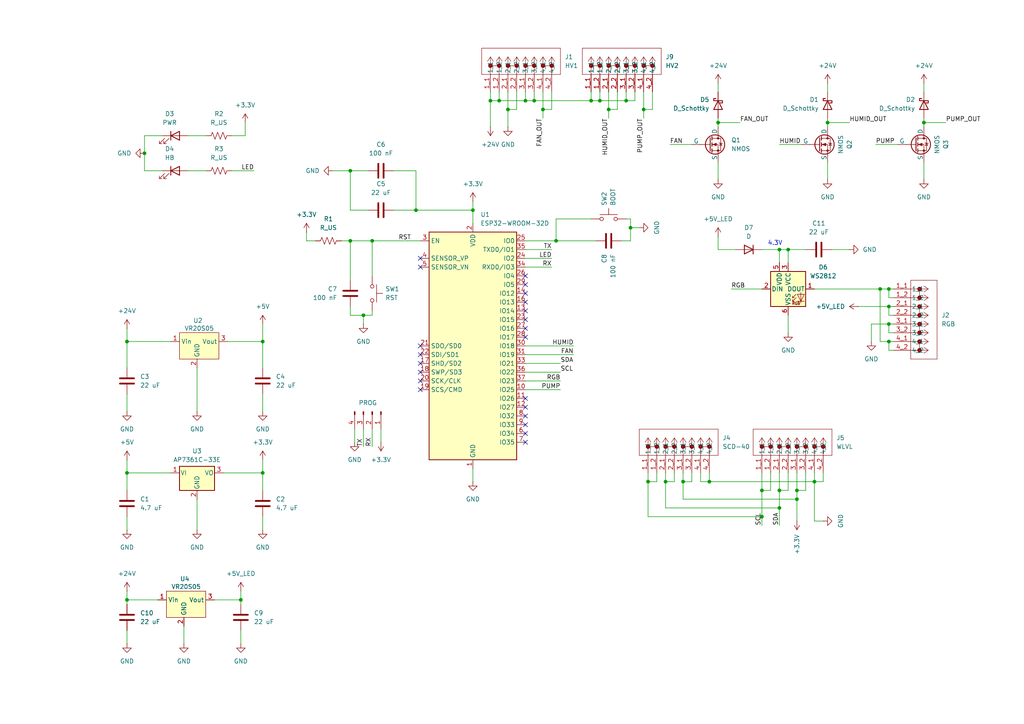
<source format=kicad_sch>
(kicad_sch (version 20231120) (generator "eeschema") (generator_version "8.0")
  (paper "A4")
  (lib_symbols
    (symbol "2024-05-14_20-07-04:2601-1104" (pin_names (offset 0.254))
      (property "Reference" "J" (at 8.89 6.35 0))
      (property "Value" "2601-1104" (at 0 0 0))
      (symbol "2601-1104_0_1"
        (pin unspecified line (at 0 0 0) (length 5.08) (name "1_1") (number "1_1"))
        (pin unspecified line (at 0 -2.54 0) (length 5.08) (name "1_2") (number "1_2"))
        (pin unspecified line (at 0 -5.08 0) (length 5.08) (name "2_1") (number "2_1"))
        (pin unspecified line (at 0 -7.62 0) (length 5.08) (name "2_2") (number "2_2"))
        (pin unspecified line (at 0 -10.16 0) (length 5.08) (name "3_1") (number "3_1"))
        (pin unspecified line (at 0 -12.7 0) (length 5.08) (name "3_2") (number "3_2"))
        (pin unspecified line (at 0 -15.24 0) (length 5.08) (name "4_1") (number "4_1"))
        (pin unspecified line (at 0 -17.78 0) (length 5.08) (name "4_2") (number "4_2"))
      )
    )
    (symbol "Connector:Conn_01x04_Pin" (pin_names (offset 1.016) hide)
      (property "Reference" "J" (at 0 5.08 0))
      (property "Value" "Conn_01x04_Pin" (at 0 -7.62 0))
      (symbol "Conn_01x04_Pin_1_1"
        (pin passive line (at 5.08 2.54 180) (length 3.81) (name "Pin_1") (number "1"))
        (pin passive line (at 5.08 0 180) (length 3.81) (name "Pin_2") (number "2"))
        (pin passive line (at 5.08 -2.54 180) (length 3.81) (name "Pin_3") (number "3"))
        (pin passive line (at 5.08 -5.08 180) (length 3.81) (name "Pin_4") (number "4"))
      )
    )
    (symbol "Device:C" (pin_numbers hide) (pin_names (offset 0.254))
      (property "Reference" "C" (at 0.635 2.54 0))
      (property "Value" "C" (at 0.635 -2.54 0))
      (symbol "C_1_1"
        (pin passive line (at 0 3.81 270) (length 2.794) (name "~") (number "1"))
        (pin passive line (at 0 -3.81 90) (length 2.794) (name "~") (number "2"))
      )
    )
    (symbol "Device:D" (pin_numbers hide) (pin_names (offset 1.016) hide)
      (property "Reference" "D" (at 0 2.54 0))
      (property "Value" "D" (at 0 -2.54 0))
      (symbol "D_1_1"
        (pin passive line (at -3.81 0 0) (length 2.54) (name "K") (number "1"))
        (pin passive line (at 3.81 0 180) (length 2.54) (name "A") (number "2"))
      )
    )
    (symbol "Device:D_Schottky" (pin_numbers hide) (pin_names (offset 1.016) hide)
      (property "Reference" "D" (at 0 2.54 0))
      (property "Value" "D_Schottky" (at 0 -2.54 0))
      (symbol "D_Schottky_1_1"
        (pin passive line (at -3.81 0 0) (length 2.54) (name "K") (number "1"))
        (pin passive line (at 3.81 0 180) (length 2.54) (name "A") (number "2"))
      )
    )
    (symbol "Device:LED" (pin_numbers hide) (pin_names (offset 1.016) hide)
      (property "Reference" "D" (at 0 2.54 0))
      (property "Value" "LED" (at 0 -2.54 0))
      (symbol "LED_1_1"
        (pin passive line (at -3.81 0 0) (length 2.54) (name "K") (number "1"))
        (pin passive line (at 3.81 0 180) (length 2.54) (name "A") (number "2"))
      )
    )
    (symbol "Device:R_US" (pin_numbers hide) (pin_names (offset 0))
      (property "Reference" "R" (at 2.54 0 90))
      (property "Value" "R_US" (at -2.54 0 90))
      (symbol "R_US_1_1"
        (pin passive line (at 0 3.81 270) (length 1.27) (name "~") (number "1"))
        (pin passive line (at 0 -3.81 90) (length 1.27) (name "~") (number "2"))
      )
    )
    (symbol "LED:WS2812" (pin_names (offset 0.254))
      (property "Reference" "D" (at 5.08 5.715 0))
      (property "Value" "WS2812" (at 1.27 -5.715 0))
      (symbol "WS2812_0_0"
        (text "RGB" (at 2.286 -4.191 0) (effects (font (size 0.762 0.762))))
      )
      (symbol "WS2812_1_1"
        (pin output line (at 7.62 0 180) (length 2.54) (name "DOUT") (number "1"))
        (pin input line (at -7.62 0 0) (length 2.54) (name "DIN") (number "2"))
        (pin power_in line (at 0 7.62 270) (length 2.54) (name "VCC") (number "3"))
        (pin no_connect line (at 5.08 2.54 180) (length 2.54) hide (name "NC") (number "4"))
        (pin power_in line (at -2.54 7.62 270) (length 2.54) (name "VDD") (number "5"))
        (pin power_in line (at 0 -7.62 90) (length 2.54) (name "VSS") (number "6"))
      )
    )
    (symbol "RF_Module:ESP32-WROOM-32D"
      (property "Reference" "U" (at -12.7 34.29 0))
      (property "Value" "ESP32-WROOM-32D" (at 1.27 34.29 0))
      (symbol "ESP32-WROOM-32D_1_1"
        (pin power_in line (at 0 -35.56 90) (length 2.54) (name "GND") (number "1"))
        (pin bidirectional line (at 15.24 -12.7 180) (length 2.54) (name "IO25") (number "10"))
        (pin bidirectional line (at 15.24 -15.24 180) (length 2.54) (name "IO26") (number "11"))
        (pin bidirectional line (at 15.24 -17.78 180) (length 2.54) (name "IO27") (number "12"))
        (pin bidirectional line (at 15.24 10.16 180) (length 2.54) (name "IO14") (number "13"))
        (pin bidirectional line (at 15.24 15.24 180) (length 2.54) (name "IO12") (number "14"))
        (pin passive line (at 0 -35.56 90) (length 2.54) hide (name "GND") (number "15"))
        (pin bidirectional line (at 15.24 12.7 180) (length 2.54) (name "IO13") (number "16"))
        (pin bidirectional line (at -15.24 -5.08 0) (length 2.54) (name "SHD/SD2") (number "17"))
        (pin bidirectional line (at -15.24 -7.62 0) (length 2.54) (name "SWP/SD3") (number "18"))
        (pin bidirectional line (at -15.24 -12.7 0) (length 2.54) (name "SCS/CMD") (number "19"))
        (pin power_in line (at 0 35.56 270) (length 2.54) (name "VDD") (number "2"))
        (pin bidirectional line (at -15.24 -10.16 0) (length 2.54) (name "SCK/CLK") (number "20"))
        (pin bidirectional line (at -15.24 0 0) (length 2.54) (name "SDO/SD0") (number "21"))
        (pin bidirectional line (at -15.24 -2.54 0) (length 2.54) (name "SDI/SD1") (number "22"))
        (pin bidirectional line (at 15.24 7.62 180) (length 2.54) (name "IO15") (number "23"))
        (pin bidirectional line (at 15.24 25.4 180) (length 2.54) (name "IO2") (number "24"))
        (pin bidirectional line (at 15.24 30.48 180) (length 2.54) (name "IO0") (number "25"))
        (pin bidirectional line (at 15.24 20.32 180) (length 2.54) (name "IO4") (number "26"))
        (pin bidirectional line (at 15.24 5.08 180) (length 2.54) (name "IO16") (number "27"))
        (pin bidirectional line (at 15.24 2.54 180) (length 2.54) (name "IO17") (number "28"))
        (pin bidirectional line (at 15.24 17.78 180) (length 2.54) (name "IO5") (number "29"))
        (pin input line (at -15.24 30.48 0) (length 2.54) (name "EN") (number "3"))
        (pin bidirectional line (at 15.24 0 180) (length 2.54) (name "IO18") (number "30"))
        (pin bidirectional line (at 15.24 -2.54 180) (length 2.54) (name "IO19") (number "31"))
        (pin no_connect line (at -12.7 -27.94 0) (length 2.54) hide (name "NC") (number "32"))
        (pin bidirectional line (at 15.24 -5.08 180) (length 2.54) (name "IO21") (number "33"))
        (pin bidirectional line (at 15.24 22.86 180) (length 2.54) (name "RXD0/IO3") (number "34"))
        (pin bidirectional line (at 15.24 27.94 180) (length 2.54) (name "TXD0/IO1") (number "35"))
        (pin bidirectional line (at 15.24 -7.62 180) (length 2.54) (name "IO22") (number "36"))
        (pin bidirectional line (at 15.24 -10.16 180) (length 2.54) (name "IO23") (number "37"))
        (pin passive line (at 0 -35.56 90) (length 2.54) hide (name "GND") (number "38"))
        (pin passive line (at 0 -35.56 90) (length 2.54) hide (name "GND") (number "39"))
        (pin input line (at -15.24 25.4 0) (length 2.54) (name "SENSOR_VP") (number "4"))
        (pin input line (at -15.24 22.86 0) (length 2.54) (name "SENSOR_VN") (number "5"))
        (pin input line (at 15.24 -25.4 180) (length 2.54) (name "IO34") (number "6"))
        (pin input line (at 15.24 -27.94 180) (length 2.54) (name "IO35") (number "7"))
        (pin bidirectional line (at 15.24 -20.32 180) (length 2.54) (name "IO32") (number "8"))
        (pin bidirectional line (at 15.24 -22.86 180) (length 2.54) (name "IO33") (number "9"))
      )
    )
    (symbol "Regulator_Linear:AP7361C-33E" (pin_names (offset 0.254))
      (property "Reference" "U" (at -3.81 3.175 0))
      (property "Value" "AP7361C-33E" (at 0 3.175 0))
      (symbol "AP7361C-33E_1_1"
        (pin power_in line (at -7.62 0 0) (length 2.54) (name "VI") (number "1"))
        (pin power_in line (at 0 -7.62 90) (length 2.54) (name "GND") (number "2"))
        (pin power_out line (at 7.62 0 180) (length 2.54) (name "VO") (number "3"))
      )
    )
    (symbol "Simulation_SPICE:NMOS" (pin_numbers hide) (pin_names (offset 0))
      (property "Reference" "Q" (at 5.08 1.27 0))
      (property "Value" "NMOS" (at 5.08 -1.27 0))
      (symbol "NMOS_1_1"
        (pin passive line (at 2.54 5.08 270) (length 2.54) (name "D") (number "1"))
        (pin input line (at -5.08 0 0) (length 2.54) (name "G") (number "2"))
        (pin passive line (at 2.54 -5.08 90) (length 2.54) (name "S") (number "3"))
      )
    )
    (symbol "Switch:SW_Push" (pin_numbers hide) (pin_names (offset 1.016) hide)
      (property "Reference" "SW" (at 1.27 2.54 0))
      (property "Value" "SW_Push" (at 0 -1.524 0))
      (symbol "SW_Push_0_1"
        (pin passive line (at -5.08 0 0) (length 2.54) (name "1") (number "1"))
        (pin passive line (at 5.08 0 180) (length 2.54) (name "2") (number "2"))
      )
    )
    (symbol "power:+24V" (power) (pin_numbers hide) (pin_names (offset 0) hide)
      (property "Value" "+24V" (at 0 3.556 0))
      (symbol "+24V_1_1"
        (pin power_in line (at 0 0 90) (length 0) (name "~") (number "1"))
      )
    )
    (symbol "power:+3.3V" (power) (pin_numbers hide) (pin_names (offset 0) hide)
      (property "Value" "+3.3V" (at 0 3.556 0))
      (symbol "+3.3V_1_1"
        (pin power_in line (at 0 0 90) (length 0) (name "~") (number "1"))
      )
    )
    (symbol "power:+5V" (power) (pin_numbers hide) (pin_names (offset 0) hide)
      (property "Value" "+5V" (at 0 3.556 0))
      (symbol "+5V_1_1"
        (pin power_in line (at 0 0 90) (length 0) (name "~") (number "1"))
      )
    )
    (symbol "power:+5VL" (power) (pin_numbers hide) (pin_names (offset 0) hide)
      (property "Value" "+5VL" (at 0 3.556 0))
      (symbol "+5VL_1_1"
        (pin power_in line (at 0 0 90) (length 0) (name "~") (number "1"))
      )
    )
    (symbol "power:GND" (power) (pin_numbers hide) (pin_names (offset 0) hide)
      (property "Value" "GND" (at 0 -3.81 0))
      (symbol "GND_1_1"
        (pin power_in line (at 0 0 270) (length 0) (name "~") (number "1"))
      )
    )
    (symbol "regulators:VR20S05"
      (property "Reference" "U" (at 0.508 6.096 0))
      (symbol "VR20S05_1_1"
        (pin power_in line (at -2.54 2.54 0) (length 2.54) (name "Vin") (number "1"))
        (pin input line (at 5.08 -5.08 90) (length 2.54) (name "GND") (number "2"))
        (pin power_out line (at 13.97 2.54 180) (length 2.54) (name "Vout") (number "3"))
      )
    )
  )
  (junction (at 36.83 137.16))
  (junction (at 236.22 139.7))
  (junction (at 137.16 60.96))
  (junction (at 36.83 173.99))
  (junction (at 226.06 72.39))
  (junction (at 198.12 139.7))
  (junction (at 226.06 142.24))
  (junction (at 208.28 35.56))
  (junction (at 154.94 29.21))
  (junction (at 257.81 93.98))
  (junction (at 220.98 142.24))
  (junction (at 186.69 31.75))
  (junction (at 36.83 99.06))
  (junction (at 231.14 144.78))
  (junction (at 41.91 44.45))
  (junction (at 76.2 137.16))
  (junction (at 181.61 29.21))
  (junction (at 101.6 69.85))
  (junction (at 120.65 60.96))
  (junction (at 173.99 29.21))
  (junction (at 193.04 139.7))
  (junction (at 182.88 66.04))
  (junction (at 267.97 35.56))
  (junction (at 257.81 99.06))
  (junction (at 257.81 88.9))
  (junction (at 231.14 142.24))
  (junction (at 228.6 72.39))
  (junction (at 255.27 83.82))
  (junction (at 101.6 49.53))
  (junction (at 147.32 31.75))
  (junction (at 240.03 35.56))
  (junction (at 161.29 69.85))
  (junction (at 144.78 29.21))
  (junction (at 152.4 29.21))
  (junction (at 105.41 91.44))
  (junction (at 257.81 83.82))
  (junction (at 142.24 29.21))
  (junction (at 187.96 139.7))
  (junction (at 157.48 31.75))
  (junction (at 76.2 99.06))
  (junction (at 176.53 31.75))
  (junction (at 107.95 69.85))
  (junction (at 226.06 147.32))
  (junction (at 69.85 173.99))
  (junction (at 171.45 29.21))
  (junction (at 220.98 149.86))
  (junction (at 205.74 139.7))
  (no_connect (at 152.4 128.27))
  (no_connect (at 152.4 118.11))
  (no_connect (at 152.4 115.57))
  (no_connect (at 152.4 90.17))
  (no_connect (at 121.92 105.41))
  (no_connect (at 152.4 85.09))
  (no_connect (at 152.4 87.63))
  (no_connect (at 121.92 74.93))
  (no_connect (at 152.4 125.73))
  (no_connect (at 152.4 120.65))
  (no_connect (at 152.4 82.55))
  (no_connect (at 152.4 80.01))
  (no_connect (at 152.4 97.79))
  (no_connect (at 121.92 107.95))
  (no_connect (at 121.92 113.03))
  (no_connect (at 121.92 77.47))
  (no_connect (at 152.4 123.19))
  (no_connect (at 121.92 110.49))
  (no_connect (at 152.4 95.25))
  (no_connect (at 121.92 100.33))
  (no_connect (at 152.4 92.71))
  (no_connect (at 121.92 102.87))
  (wire (pts (xy 259.08 96.52) (xy 257.81 96.52)))
  (wire (pts (xy 198.12 139.7) (xy 198.12 144.78)))
  (wire (pts (xy 254 41.91) (xy 260.35 41.91)))
  (wire (pts (xy 173.99 29.21) (xy 173.99 26.67)))
  (wire (pts (xy 240.03 46.99) (xy 240.03 52.07)))
  (wire (pts (xy 76.2 149.86) (xy 76.2 153.67)))
  (wire (pts (xy 193.04 139.7) (xy 195.58 139.7)))
  (wire (pts (xy 36.83 142.24) (xy 36.83 137.16)))
  (wire (pts (xy 252.73 93.98) (xy 252.73 99.06)))
  (wire (pts (xy 57.15 144.78) (xy 57.15 153.67)))
  (wire (pts (xy 241.3 72.39) (xy 246.38 72.39)))
  (wire (pts (xy 101.6 60.96) (xy 101.6 49.53)))
  (wire (pts (xy 137.16 60.96) (xy 137.16 64.77)))
  (wire (pts (xy 240.03 34.29) (xy 240.03 35.56)))
  (wire (pts (xy 101.6 49.53) (xy 106.68 49.53)))
  (wire (pts (xy 157.48 26.67) (xy 157.48 31.75)))
  (wire (pts (xy 105.41 129.54) (xy 105.41 124.46)))
  (wire (pts (xy 149.86 31.75) (xy 147.32 31.75)))
  (wire (pts (xy 76.2 133.35) (xy 76.2 137.16)))
  (wire (pts (xy 228.6 142.24) (xy 226.06 142.24)))
  (wire (pts (xy 267.97 46.99) (xy 267.97 52.07)))
  (wire (pts (xy 66.04 99.06) (xy 76.2 99.06)))
  (wire (pts (xy 203.2 139.7) (xy 203.2 137.16)))
  (wire (pts (xy 220.98 142.24) (xy 220.98 149.86)))
  (wire (pts (xy 120.65 60.96) (xy 137.16 60.96)))
  (wire (pts (xy 233.68 142.24) (xy 231.14 142.24)))
  (wire (pts (xy 184.15 26.67) (xy 184.15 29.21)))
  (wire (pts (xy 147.32 26.67) (xy 147.32 31.75)))
  (wire (pts (xy 182.88 69.85) (xy 182.88 66.04)))
  (wire (pts (xy 257.81 99.06) (xy 259.08 99.06)))
  (wire (pts (xy 176.53 26.67) (xy 176.53 31.75)))
  (wire (pts (xy 226.06 147.32) (xy 226.06 152.4)))
  (wire (pts (xy 152.4 26.67) (xy 152.4 29.21)))
  (wire (pts (xy 36.83 114.3) (xy 36.83 119.38)))
  (wire (pts (xy 259.08 101.6) (xy 257.81 101.6)))
  (wire (pts (xy 257.81 96.52) (xy 257.81 93.98)))
  (wire (pts (xy 99.06 69.85) (xy 101.6 69.85)))
  (wire (pts (xy 231.14 142.24) (xy 231.14 144.78)))
  (wire (pts (xy 101.6 69.85) (xy 107.95 69.85)))
  (wire (pts (xy 187.96 137.16) (xy 187.96 139.7)))
  (wire (pts (xy 208.28 46.99) (xy 208.28 52.07)))
  (wire (pts (xy 54.61 49.53) (xy 59.69 49.53)))
  (wire (pts (xy 257.81 88.9) (xy 259.08 88.9)))
  (wire (pts (xy 71.12 35.56) (xy 71.12 39.37)))
  (wire (pts (xy 193.04 139.7) (xy 193.04 147.32)))
  (wire (pts (xy 223.52 137.16) (xy 223.52 142.24)))
  (wire (pts (xy 41.91 44.45) (xy 41.91 49.53)))
  (wire (pts (xy 213.36 72.39) (xy 208.28 72.39)))
  (wire (pts (xy 182.88 63.5) (xy 181.61 63.5)))
  (wire (pts (xy 257.81 99.06) (xy 255.27 99.06)))
  (wire (pts (xy 36.83 149.86) (xy 36.83 153.67)))
  (wire (pts (xy 67.31 39.37) (xy 71.12 39.37)))
  (wire (pts (xy 205.74 139.7) (xy 236.22 139.7)))
  (wire (pts (xy 137.16 58.42) (xy 137.16 60.96)))
  (wire (pts (xy 226.06 72.39) (xy 226.06 76.2)))
  (wire (pts (xy 41.91 39.37) (xy 46.99 39.37)))
  (wire (pts (xy 69.85 173.99) (xy 69.85 175.26)))
  (wire (pts (xy 62.23 173.99) (xy 69.85 173.99)))
  (wire (pts (xy 179.07 31.75) (xy 176.53 31.75)))
  (wire (pts (xy 259.08 86.36) (xy 257.81 86.36)))
  (wire (pts (xy 228.6 91.44) (xy 228.6 96.52)))
  (wire (pts (xy 105.41 91.44) (xy 107.95 91.44)))
  (wire (pts (xy 107.95 91.44) (xy 107.95 90.17)))
  (wire (pts (xy 236.22 139.7) (xy 238.76 139.7)))
  (wire (pts (xy 144.78 29.21) (xy 152.4 29.21)))
  (wire (pts (xy 144.78 29.21) (xy 142.24 29.21)))
  (wire (pts (xy 41.91 49.53) (xy 46.99 49.53)))
  (wire (pts (xy 36.83 95.25) (xy 36.83 99.06)))
  (wire (pts (xy 194.31 41.91) (xy 200.66 41.91)))
  (wire (pts (xy 91.44 69.85) (xy 88.9 69.85)))
  (wire (pts (xy 152.4 107.95) (xy 162.56 107.95)))
  (wire (pts (xy 152.4 77.47) (xy 160.02 77.47)))
  (wire (pts (xy 152.4 113.03) (xy 162.56 113.03)))
  (wire (pts (xy 107.95 69.85) (xy 107.95 80.01)))
  (wire (pts (xy 257.81 83.82) (xy 259.08 83.82)))
  (wire (pts (xy 64.77 137.16) (xy 76.2 137.16)))
  (wire (pts (xy 102.87 128.27) (xy 102.87 124.46)))
  (wire (pts (xy 195.58 137.16) (xy 195.58 139.7)))
  (wire (pts (xy 200.66 137.16) (xy 200.66 139.7)))
  (wire (pts (xy 231.14 144.78) (xy 231.14 151.13)))
  (wire (pts (xy 231.14 137.16) (xy 231.14 142.24)))
  (wire (pts (xy 114.3 49.53) (xy 120.65 49.53)))
  (wire (pts (xy 259.08 93.98) (xy 257.81 93.98)))
  (wire (pts (xy 236.22 151.13) (xy 236.22 139.7)))
  (wire (pts (xy 240.03 35.56) (xy 240.03 36.83)))
  (wire (pts (xy 212.09 83.82) (xy 220.98 83.82)))
  (wire (pts (xy 67.31 49.53) (xy 73.66 49.53)))
  (wire (pts (xy 205.74 137.16) (xy 205.74 139.7)))
  (wire (pts (xy 228.6 72.39) (xy 233.68 72.39)))
  (wire (pts (xy 171.45 29.21) (xy 171.45 26.67)))
  (wire (pts (xy 220.98 149.86) (xy 220.98 152.4)))
  (wire (pts (xy 36.83 137.16) (xy 49.53 137.16)))
  (wire (pts (xy 220.98 72.39) (xy 226.06 72.39)))
  (wire (pts (xy 101.6 69.85) (xy 101.6 81.28)))
  (wire (pts (xy 203.2 139.7) (xy 205.74 139.7)))
  (wire (pts (xy 152.4 74.93) (xy 160.02 74.93)))
  (wire (pts (xy 186.69 31.75) (xy 186.69 34.29)))
  (wire (pts (xy 198.12 137.16) (xy 198.12 139.7)))
  (wire (pts (xy 226.06 137.16) (xy 226.06 142.24)))
  (wire (pts (xy 176.53 31.75) (xy 176.53 34.29)))
  (wire (pts (xy 240.03 35.56) (xy 246.38 35.56)))
  (wire (pts (xy 200.66 139.7) (xy 198.12 139.7)))
  (wire (pts (xy 53.34 181.61) (xy 53.34 186.69)))
  (wire (pts (xy 208.28 35.56) (xy 214.63 35.56)))
  (wire (pts (xy 189.23 26.67) (xy 189.23 31.75)))
  (wire (pts (xy 154.94 26.67) (xy 154.94 29.21)))
  (wire (pts (xy 160.02 31.75) (xy 157.48 31.75)))
  (wire (pts (xy 105.41 91.44) (xy 105.41 93.98)))
  (wire (pts (xy 161.29 69.85) (xy 172.72 69.85)))
  (wire (pts (xy 257.81 83.82) (xy 257.81 86.36)))
  (wire (pts (xy 149.86 26.67) (xy 149.86 31.75)))
  (wire (pts (xy 208.28 34.29) (xy 208.28 35.56)))
  (wire (pts (xy 259.08 91.44) (xy 257.81 91.44)))
  (wire (pts (xy 106.68 60.96) (xy 101.6 60.96)))
  (wire (pts (xy 179.07 26.67) (xy 179.07 31.75)))
  (wire (pts (xy 36.83 173.99) (xy 45.72 173.99)))
  (wire (pts (xy 208.28 24.13) (xy 208.28 26.67)))
  (wire (pts (xy 36.83 133.35) (xy 36.83 137.16)))
  (wire (pts (xy 223.52 142.24) (xy 220.98 142.24)))
  (wire (pts (xy 171.45 29.21) (xy 173.99 29.21)))
  (wire (pts (xy 181.61 26.67) (xy 181.61 29.21)))
  (wire (pts (xy 226.06 41.91) (xy 232.41 41.91)))
  (wire (pts (xy 267.97 24.13) (xy 267.97 26.67)))
  (wire (pts (xy 76.2 93.98) (xy 76.2 99.06)))
  (wire (pts (xy 267.97 35.56) (xy 267.97 36.83)))
  (wire (pts (xy 152.4 29.21) (xy 154.94 29.21)))
  (wire (pts (xy 157.48 31.75) (xy 157.48 34.29)))
  (wire (pts (xy 152.4 105.41) (xy 162.56 105.41)))
  (wire (pts (xy 182.88 66.04) (xy 182.88 63.5)))
  (wire (pts (xy 161.29 63.5) (xy 171.45 63.5)))
  (wire (pts (xy 267.97 35.56) (xy 274.32 35.56)))
  (wire (pts (xy 198.12 144.78) (xy 231.14 144.78)))
  (wire (pts (xy 236.22 83.82) (xy 255.27 83.82)))
  (wire (pts (xy 238.76 139.7) (xy 238.76 137.16)))
  (wire (pts (xy 101.6 91.44) (xy 105.41 91.44)))
  (wire (pts (xy 36.83 171.45) (xy 36.83 173.99)))
  (wire (pts (xy 228.6 72.39) (xy 226.06 72.39)))
  (wire (pts (xy 220.98 137.16) (xy 220.98 142.24)))
  (wire (pts (xy 208.28 68.58) (xy 208.28 72.39)))
  (wire (pts (xy 152.4 110.49) (xy 162.56 110.49)))
  (wire (pts (xy 36.83 106.68) (xy 36.83 99.06)))
  (wire (pts (xy 54.61 39.37) (xy 59.69 39.37)))
  (wire (pts (xy 152.4 72.39) (xy 160.02 72.39)))
  (wire (pts (xy 193.04 147.32) (xy 226.06 147.32)))
  (wire (pts (xy 208.28 35.56) (xy 208.28 36.83)))
  (wire (pts (xy 267.97 34.29) (xy 267.97 35.56)))
  (wire (pts (xy 173.99 29.21) (xy 181.61 29.21)))
  (wire (pts (xy 233.68 137.16) (xy 233.68 142.24)))
  (wire (pts (xy 101.6 88.9) (xy 101.6 91.44)))
  (wire (pts (xy 186.69 26.67) (xy 186.69 31.75)))
  (wire (pts (xy 248.92 88.9) (xy 257.81 88.9)))
  (wire (pts (xy 107.95 69.85) (xy 121.92 69.85)))
  (wire (pts (xy 226.06 142.24) (xy 226.06 147.32)))
  (wire (pts (xy 182.88 66.04) (xy 185.42 66.04)))
  (wire (pts (xy 228.6 137.16) (xy 228.6 142.24)))
  (wire (pts (xy 257.81 93.98) (xy 252.73 93.98)))
  (wire (pts (xy 107.95 129.54) (xy 107.95 124.46)))
  (wire (pts (xy 152.4 69.85) (xy 161.29 69.85)))
  (wire (pts (xy 144.78 26.67) (xy 144.78 29.21)))
  (wire (pts (xy 76.2 137.16) (xy 76.2 142.24)))
  (wire (pts (xy 76.2 99.06) (xy 76.2 106.68)))
  (wire (pts (xy 114.3 60.96) (xy 120.65 60.96)))
  (wire (pts (xy 110.49 128.27) (xy 110.49 124.46)))
  (wire (pts (xy 147.32 31.75) (xy 147.32 36.83)))
  (wire (pts (xy 228.6 76.2) (xy 228.6 72.39)))
  (wire (pts (xy 255.27 83.82) (xy 255.27 99.06)))
  (wire (pts (xy 69.85 171.45) (xy 69.85 173.99)))
  (wire (pts (xy 152.4 102.87) (xy 166.37 102.87)))
  (wire (pts (xy 190.5 139.7) (xy 187.96 139.7)))
  (wire (pts (xy 69.85 182.88) (xy 69.85 186.69)))
  (wire (pts (xy 255.27 83.82) (xy 257.81 83.82)))
  (wire (pts (xy 57.15 106.68) (xy 57.15 119.38)))
  (wire (pts (xy 96.52 49.53) (xy 101.6 49.53)))
  (wire (pts (xy 120.65 49.53) (xy 120.65 60.96)))
  (wire (pts (xy 180.34 69.85) (xy 182.88 69.85)))
  (wire (pts (xy 160.02 26.67) (xy 160.02 31.75)))
  (wire (pts (xy 187.96 139.7) (xy 187.96 149.86)))
  (wire (pts (xy 41.91 44.45) (xy 41.91 39.37)))
  (wire (pts (xy 142.24 29.21) (xy 142.24 36.83)))
  (wire (pts (xy 36.83 173.99) (xy 36.83 175.26)))
  (wire (pts (xy 184.15 29.21) (xy 181.61 29.21)))
  (wire (pts (xy 161.29 63.5) (xy 161.29 69.85)))
  (wire (pts (xy 190.5 137.16) (xy 190.5 139.7)))
  (wire (pts (xy 137.16 135.89) (xy 137.16 139.7)))
  (wire (pts (xy 154.94 29.21) (xy 171.45 29.21)))
  (wire (pts (xy 257.81 91.44) (xy 257.81 88.9)))
  (wire (pts (xy 193.04 137.16) (xy 193.04 139.7)))
  (wire (pts (xy 236.22 139.7) (xy 236.22 137.16)))
  (wire (pts (xy 36.83 182.88) (xy 36.83 186.69)))
  (wire (pts (xy 152.4 100.33) (xy 166.37 100.33)))
  (wire (pts (xy 240.03 24.13) (xy 240.03 26.67)))
  (wire (pts (xy 189.23 31.75) (xy 186.69 31.75)))
  (wire (pts (xy 187.96 149.86) (xy 220.98 149.86)))
  (wire (pts (xy 257.81 101.6) (xy 257.81 99.06)))
  (wire (pts (xy 238.76 151.13) (xy 236.22 151.13)))
  (wire (pts (xy 76.2 114.3) (xy 76.2 119.38)))
  (wire (pts (xy 142.24 26.67) (xy 142.24 29.21)))
  (wire (pts (xy 88.9 67.31) (xy 88.9 69.85)))
  (wire (pts (xy 36.83 99.06) (xy 49.53 99.06)))
  (text "4.3V " (at 225.298 70.612 0) (effects (font (size 1.27 1.27))))
  (label "LED" (at 73.66 49.53 180))
  (label "PUMP_OUT" (at 274.32 35.56 0))
  (label "FAN_OUT" (at 157.48 34.29 270))
  (label "FAN" (at 194.31 41.91 0))
  (label "TX" (at 160.02 72.39 180))
  (label "LED" (at 160.02 74.93 180))
  (label "RGB" (at 162.56 110.49 180))
  (label "TX" (at 105.41 129.54 90))
  (label "PUMP" (at 162.56 113.03 180))
  (label "RX" (at 107.95 129.54 90))
  (label "SCL" (at 162.56 107.95 0))
  (label "HUMID_OUT" (at 246.38 35.56 0))
  (label "RST" (at 115.57 69.85 0))
  (label "SDA" (at 162.56 105.41 0))
  (label "HUMID" (at 226.06 41.91 0))
  (label "RX" (at 160.02 77.47 180))
  (label "SDA" (at 226.06 152.4 90))
  (label "HUMID" (at 166.37 100.33 180))
  (label "PUMP" (at 254 41.91 0))
  (label "RGB" (at 212.09 83.82 0))
  (label "PUMP_OUT" (at 186.69 34.29 270))
  (label "SCL" (at 220.98 152.4 90))
  (label "HUMID_OUT" (at 176.53 34.29 270))
  (label "FAN" (at 166.37 102.87 180))
  (label "FAN_OUT" (at 214.63 35.56 0))
  (symbol (lib_id "regulators:VR20S05") (at 48.26 176.53 0) (unit 1)
    (property "Reference" "U4" (at 53.594 167.894 0))
    (property "Value" "VR20S05" (at 53.975 170.18 0))
    (property "Footprint" "Connector_PinSocket_2.54mm:PinSocket_1x03_P2.54mm_Vertical" (effects (hide yes)))
  )
  (symbol (lib_id "power:+3.3V") (at 76.2 133.35 0) (unit 1)
    (property "Reference" "#PWR06" (effects (hide yes)))
    (property "Value" "+3.3V" (at 76.2 128.27 0))
    (property "Description" "Power symbol creates a global label with name \"+3.3V\"" (effects (hide yes)))
  )
  (symbol (lib_id "power:GND") (at 185.42 66.04 90) (unit 1)
    (property "Reference" "#PWR018" (effects (hide yes)))
    (property "Value" "GND" (at 190.5 66.04 0))
    (property "Description" "Power symbol creates a global label with name \"GND\" , ground" (effects (hide yes)))
  )
  (symbol (lib_id "power:GND") (at 36.83 119.38 0) (unit 1)
    (property "Reference" "#PWR08" (effects (hide yes)))
    (property "Value" "GND" (at 36.83 124.46 0))
    (property "Description" "Power symbol creates a global label with name \"GND\" , ground" (effects (hide yes)))
  )
  (symbol (lib_id "power:+24V") (at 240.03 24.13 0) (unit 1)
    (property "Reference" "#PWR026" (effects (hide yes)))
    (property "Value" "+24V" (at 240.03 19.05 0))
    (property "Description" "Power symbol creates a global label with name \"+24V\"" (effects (hide yes)))
  )
  (symbol (lib_id "RF_Module:ESP32-WROOM-32D") (at 137.16 100.33 0) (unit 1)
    (property "Reference" "U1" (at 139.3541 62.23 0) (effects (justify left)))
    (property "Value" "ESP32-WROOM-32D" (at 139.3541 64.77 0) (effects (justify left)))
    (property "Footprint" "RF_Module:ESP32-WROOM-32D" (effects (hide yes)))
    (property "Datasheet" "https://www.espressif.com/sites/default/files/documentation/esp32-wroom-32d_esp32-wroom-32u_datasheet_en.pdf" (effects (hide yes)))
    (property "Description" "RF Module, ESP32-D0WD SoC, Wi-Fi 802.11b/g/n, Bluetooth, BLE, 32-bit, 2.7-3.6V, onboard antenna, SMD" (effects (hide yes)))
  )
  (symbol (lib_id "power:+3.3V") (at 110.49 128.27 180) (unit 1)
    (property "Reference" "#PWR019" (effects (hide yes)))
    (property "Value" "+3.3V" (at 110.49 133.35 0))
    (property "Description" "Power symbol creates a global label with name \"+3.3V\"" (effects (hide yes)))
  )
  (symbol (lib_id "power:GND") (at 137.16 139.7 0) (unit 1)
    (property "Reference" "#PWR014" (effects (hide yes)))
    (property "Value" "GND" (at 137.16 144.78 0))
    (property "Description" "Power symbol creates a global label with name \"GND\" , ground" (effects (hide yes)))
  )
  (symbol (lib_id "Simulation_SPICE:NMOS") (at 237.49 41.91 0) (unit 1)
    (property "Reference" "Q2" (at 246.38 41.91 90))
    (property "Value" "NMOS" (at 243.84 41.91 90))
    (property "Footprint" "Package_TO_SOT_SMD:SOT-23" (effects (hide yes)))
    (property "Datasheet" "https://ngspice.sourceforge.io/docs/ngspice-html-manual/manual.xhtml#cha_MOSFETs" (effects (hide yes)))
    (property "Description" "N-MOSFET transistor, drain/source/gate" (effects (hide yes)))
    (property "Sim.Device" "NMOS" (effects (hide yes)))
    (property "Sim.Type" "VDMOS" (effects (hide yes)))
    (property "Sim.Pins" "1=D 2=G 3=S" (effects (hide yes)))
  )
  (symbol (lib_id "power:GND") (at 252.73 99.06 0) (unit 1)
    (property "Reference" "#PWR035" (effects (hide yes)))
    (property "Value" "GND" (at 252.73 104.14 0))
    (property "Description" "Power symbol creates a global label with name \"GND\" , ground" (effects (hide yes)))
  )
  (symbol (lib_id "power:GND") (at 76.2 153.67 0) (unit 1)
    (property "Reference" "#PWR03" (effects (hide yes)))
    (property "Value" "GND" (at 76.2 158.75 0))
    (property "Description" "Power symbol creates a global label with name \"GND\" , ground" (effects (hide yes)))
  )
  (symbol (lib_id "Device:C") (at 36.83 146.05 0) (unit 1)
    (property "Reference" "C1" (at 40.64 144.7799 0) (effects (justify left)))
    (property "Value" "4.7 uF" (at 40.64 147.3199 0) (effects (justify left)))
    (property "Footprint" "Capacitor_SMD:C_0805_2012Metric_Pad1.18x1.45mm_HandSolder" (effects (hide yes)))
    (property "Description" "Unpolarized capacitor" (effects (hide yes)))
  )
  (symbol (lib_id "2024-05-14_20-07-04:2601-1104") (at 171.45 26.67 90) (unit 1)
    (property "Reference" "J9" (at 193.04 16.5099 90) (effects (justify right)))
    (property "Value" "HV2" (at 193.04 19.0499 90) (effects (justify right)))
    (property "Footprint" "WAGO:CONN_2601-1104_WAG" (effects (hide yes)))
    (property "Datasheet" "2601-1104" (effects (hide yes)))
    (property "Description" "Generic connector, single row, 01x04, script generated" (effects (hide yes)))
  )
  (symbol (lib_id "Device:R_US") (at 63.5 39.37 90) (unit 1)
    (property "Reference" "R2" (at 63.5 33.02 90))
    (property "Value" "R_US" (at 63.5 35.56 90))
    (property "Footprint" "Resistor_SMD:R_0805_2012Metric_Pad1.20x1.40mm_HandSolder" (effects (hide yes)))
    (property "Description" "Resistor, US symbol" (effects (hide yes)))
  )
  (symbol (lib_id "power:GND") (at 238.76 151.13 90) (unit 1)
    (property "Reference" "#PWR042" (effects (hide yes)))
    (property "Value" "GND" (at 243.84 151.13 0))
    (property "Description" "Power symbol creates a global label with name \"GND\" , ground" (effects (hide yes)))
  )
  (symbol (lib_id "Device:R_US") (at 63.5 49.53 90) (unit 1)
    (property "Reference" "R3" (at 63.5 43.18 90))
    (property "Value" "R_US" (at 63.5 45.72 90))
    (property "Footprint" "Resistor_SMD:R_0805_2012Metric_Pad1.20x1.40mm_HandSolder" (effects (hide yes)))
    (property "Description" "Resistor, US symbol" (effects (hide yes)))
  )
  (symbol (lib_id "Connector:Conn_01x04_Pin") (at 107.95 119.38 270) (unit 1)
    (property "Reference" "J3" (effects (hide yes)))
    (property "Value" "PROG" (at 106.68 116.84 90))
    (property "Footprint" "Connector_PinSocket_2.54mm:PinSocket_1x04_P2.54mm_Vertical" (effects (hide yes)))
    (property "Description" "Generic connector, single row, 01x04, script generated" (effects (hide yes)))
  )
  (symbol (lib_id "power:+5V") (at 36.83 133.35 0) (unit 1)
    (property "Reference" "#PWR012" (effects (hide yes)))
    (property "Value" "+5V" (at 36.83 128.27 0))
    (property "Description" "Power symbol creates a global label with name \"+5V\"" (effects (hide yes)))
  )
  (symbol (lib_id "Simulation_SPICE:NMOS") (at 265.43 41.91 0) (unit 1)
    (property "Reference" "Q3" (at 274.32 41.91 90))
    (property "Value" "NMOS" (at 271.78 41.91 90))
    (property "Footprint" "Package_TO_SOT_SMD:SOT-23" (effects (hide yes)))
    (property "Datasheet" "https://ngspice.sourceforge.io/docs/ngspice-html-manual/manual.xhtml#cha_MOSFETs" (effects (hide yes)))
    (property "Description" "N-MOSFET transistor, drain/source/gate" (effects (hide yes)))
    (property "Sim.Device" "NMOS" (effects (hide yes)))
    (property "Sim.Type" "VDMOS" (effects (hide yes)))
    (property "Sim.Pins" "1=D 2=G 3=S" (effects (hide yes)))
  )
  (symbol (lib_id "power:+3.3V") (at 231.14 151.13 180) (unit 1)
    (property "Reference" "#PWR041" (effects (hide yes)))
    (property "Value" "+3.3V" (at 231.1399 154.94 90) (effects (justify left)))
    (property "Description" "Power symbol creates a global label with name \"+3.3V\"" (effects (hide yes)))
  )
  (symbol (lib_id "Device:D_Schottky") (at 240.03 30.48 90) (mirror x) (unit 1)
    (property "Reference" "D1" (at 237.49 28.8924 90) (effects (justify left)))
    (property "Value" "D_Schottky" (at 237.49 31.4324 90) (effects (justify left)))
    (property "Footprint" "Diode_SMD:D_SMA_Handsoldering" (effects (hide yes)))
    (property "Description" "Schottky diode" (effects (hide yes)))
  )
  (symbol (lib_id "power:GND") (at 57.15 119.38 0) (unit 1)
    (property "Reference" "#PWR010" (effects (hide yes)))
    (property "Value" "GND" (at 57.15 124.46 0))
    (property "Description" "Power symbol creates a global label with name \"GND\" , ground" (effects (hide yes)))
  )
  (symbol (lib_id "power:GND") (at 57.15 153.67 0) (unit 1)
    (property "Reference" "#PWR05" (effects (hide yes)))
    (property "Value" "GND" (at 57.15 158.75 0))
    (property "Description" "Power symbol creates a global label with name \"GND\" , ground" (effects (hide yes)))
  )
  (symbol (lib_id "power:GND") (at 228.6 96.52 0) (unit 1)
    (property "Reference" "#PWR038" (effects (hide yes)))
    (property "Value" "GND" (at 228.6 101.6 0))
    (property "Description" "Power symbol creates a global label with name \"GND\" , ground" (effects (hide yes)))
  )
  (symbol (lib_id "power:GND") (at 147.32 36.83 0) (unit 1)
    (property "Reference" "#PWR02" (effects (hide yes)))
    (property "Value" "GND" (at 147.32 41.91 0))
    (property "Description" "Power symbol creates a global label with name \"GND\" , ground" (effects (hide yes)))
  )
  (symbol (lib_id "power:+5V") (at 76.2 93.98 0) (unit 1)
    (property "Reference" "#PWR011" (effects (hide yes)))
    (property "Value" "+5V" (at 76.2 88.9 0))
    (property "Description" "Power symbol creates a global label with name \"+5V\"" (effects (hide yes)))
  )
  (symbol (lib_id "Device:C") (at 36.83 179.07 0) (unit 1)
    (property "Reference" "C10" (at 40.64 177.7999 0) (effects (justify left)))
    (property "Value" "22 uF" (at 40.64 180.3399 0) (effects (justify left)))
    (property "Footprint" "Capacitor_SMD:C_0805_2012Metric_Pad1.18x1.45mm_HandSolder" (effects (hide yes)))
    (property "Description" "Unpolarized capacitor" (effects (hide yes)))
  )
  (symbol (lib_id "Regulator_Linear:AP7361C-33E") (at 57.15 137.16 0) (unit 1)
    (property "Reference" "U3" (at 57.15 130.81 0))
    (property "Value" "AP7361C-33E" (at 57.15 133.35 0))
    (property "Footprint" "Package_TO_SOT_SMD:SOT-223-3_TabPin2" (effects (hide yes)))
    (property "Datasheet" "https://www.diodes.com/assets/Datasheets/AP7361C.pdf" (effects (hide yes)))
    (property "Description" "1A Low Dropout regulator, positive, 3.3V fixed output, SOT-223" (effects (hide yes)))
  )
  (symbol (lib_id "power:+24V") (at 36.83 95.25 0) (unit 1)
    (property "Reference" "#PWR07" (effects (hide yes)))
    (property "Value" "+24V" (at 36.83 90.17 0))
    (property "Description" "Power symbol creates a global label with name \"+24V\"" (effects (hide yes)))
  )
  (symbol (lib_id "Device:C") (at 237.49 72.39 90) (unit 1)
    (property "Reference" "C11" (at 237.49 64.77 90))
    (property "Value" "22 uF" (at 237.49 67.31 90))
    (property "Footprint" "Capacitor_SMD:C_0805_2012Metric_Pad1.18x1.45mm_HandSolder" (effects (hide yes)))
    (property "Description" "Unpolarized capacitor" (effects (hide yes)))
  )
  (symbol (lib_id "power:GND") (at 69.85 186.69 0) (unit 1)
    (property "Reference" "#PWR031" (effects (hide yes)))
    (property "Value" "GND" (at 69.85 191.77 0))
    (property "Description" "Power symbol creates a global label with name \"GND\" , ground" (effects (hide yes)))
  )
  (symbol (lib_id "Device:LED") (at 50.8 39.37 0) (unit 1)
    (property "Reference" "D3" (at 49.2125 33.02 0))
    (property "Value" "PWR" (at 49.2125 35.56 0))
    (property "Footprint" "LED_SMD:LED_0805_2012Metric_Pad1.15x1.40mm_HandSolder" (effects (hide yes)))
    (property "Description" "Light emitting diode" (effects (hide yes)))
  )
  (symbol (lib_id "Device:C") (at 176.53 69.85 90) (mirror x) (unit 1)
    (property "Reference" "C8" (at 175.2599 73.66 0) (effects (justify left)))
    (property "Value" "100 nF" (at 177.7999 73.66 0) (effects (justify left)))
    (property "Footprint" "Capacitor_SMD:C_0805_2012Metric_Pad1.18x1.45mm_HandSolder" (effects (hide yes)))
    (property "Description" "Unpolarized capacitor" (effects (hide yes)))
  )
  (symbol (lib_id "power:GND") (at 105.41 93.98 0) (unit 1)
    (property "Reference" "#PWR017" (effects (hide yes)))
    (property "Value" "GND" (at 105.41 99.06 0))
    (property "Description" "Power symbol creates a global label with name \"GND\" , ground" (effects (hide yes)))
  )
  (symbol (lib_id "power:GND") (at 53.34 186.69 0) (unit 1)
    (property "Reference" "#PWR033" (effects (hide yes)))
    (property "Value" "GND" (at 53.34 191.77 0))
    (property "Description" "Power symbol creates a global label with name \"GND\" , ground" (effects (hide yes)))
  )
  (symbol (lib_id "Switch:SW_Push") (at 107.95 85.09 270) (unit 1)
    (property "Reference" "SW1" (at 111.76 83.8199 90) (effects (justify left)))
    (property "Value" "RST" (at 111.76 86.3599 90) (effects (justify left)))
    (property "Footprint" "Button_Switch_THT:SW_PUSH_6mm" (effects (hide yes)))
    (property "Description" "Push button switch, generic, two pins" (effects (hide yes)))
  )
  (symbol (lib_id "Device:R_US") (at 95.25 69.85 90) (unit 1)
    (property "Reference" "R1" (at 95.25 63.5 90))
    (property "Value" "R_US" (at 95.25 66.04 90))
    (property "Footprint" "Resistor_SMD:R_0805_2012Metric_Pad1.20x1.40mm_HandSolder" (effects (hide yes)))
    (property "Description" "Resistor, US symbol" (effects (hide yes)))
  )
  (symbol (lib_id "power:GND") (at 102.87 128.27 0) (unit 1)
    (property "Reference" "#PWR020" (effects (hide yes)))
    (property "Value" "GND" (at 102.87 133.35 0))
    (property "Description" "Power symbol creates a global label with name \"GND\" , ground" (effects (hide yes)))
  )
  (symbol (lib_id "power:GND") (at 240.03 52.07 0) (unit 1)
    (property "Reference" "#PWR025" (effects (hide yes)))
    (property "Value" "GND" (at 240.03 57.15 0))
    (property "Description" "Power symbol creates a global label with name \"GND\" , ground" (effects (hide yes)))
  )
  (symbol (lib_id "2024-05-14_20-07-04:2601-1104") (at 187.96 137.16 90) (unit 1)
    (property "Reference" "J4" (at 209.55 126.9999 90) (effects (justify right)))
    (property "Value" "SCD-40" (at 209.55 129.5399 90) (effects (justify right)))
    (property "Footprint" "WAGO:CONN_2601-1104_WAG" (effects (hide yes)))
    (property "Datasheet" "2601-1104" (effects (hide yes)))
    (property "Description" "Generic connector, single row, 01x04, script generated" (effects (hide yes)))
  )
  (symbol (lib_id "power:+24V") (at 267.97 24.13 0) (unit 1)
    (property "Reference" "#PWR036" (effects (hide yes)))
    (property "Value" "+24V" (at 267.97 19.05 0))
    (property "Description" "Power symbol creates a global label with name \"+24V\"" (effects (hide yes)))
  )
  (symbol (lib_id "LED:WS2812") (at 228.6 83.82 0) (unit 1)
    (property "Reference" "D6" (at 238.76 77.5014 0))
    (property "Value" "WS2812" (at 238.76 80.0414 0))
    (property "Footprint" "LED_SMD:LED_WS2812_PLCC6_5.0x5.0mm_P1.6mm" (effects (hide yes)))
    (property "Datasheet" "https://cdn-shop.adafruit.com/datasheets/WS2812.pdf" (effects (hide yes)))
    (property "Description" "RGB LED with integrated controller" (effects (hide yes)))
  )
  (symbol (lib_id "power:+24V") (at 208.28 24.13 0) (unit 1)
    (property "Reference" "#PWR024" (effects (hide yes)))
    (property "Value" "+24V" (at 208.28 19.05 0))
    (property "Description" "Power symbol creates a global label with name \"+24V\"" (effects (hide yes)))
  )
  (symbol (lib_id "Device:C") (at 101.6 85.09 0) (mirror y) (unit 1)
    (property "Reference" "C7" (at 97.79 83.8199 0) (effects (justify left)))
    (property "Value" "100 nF" (at 97.79 86.3599 0) (effects (justify left)))
    (property "Footprint" "Capacitor_SMD:C_0805_2012Metric_Pad1.18x1.45mm_HandSolder" (effects (hide yes)))
    (property "Description" "Unpolarized capacitor" (effects (hide yes)))
  )
  (symbol (lib_id "power:GND") (at 208.28 52.07 0) (unit 1)
    (property "Reference" "#PWR023" (effects (hide yes)))
    (property "Value" "GND" (at 208.28 57.15 0))
    (property "Description" "Power symbol creates a global label with name \"GND\" , ground" (effects (hide yes)))
  )
  (symbol (lib_id "regulators:VR20S05") (at 52.07 101.6 0) (unit 1)
    (property "Reference" "U2" (at 57.404 92.964 0))
    (property "Value" "VR20S05" (at 57.785 95.25 0))
    (property "Footprint" "Connector_PinSocket_2.54mm:PinSocket_1x03_P2.54mm_Vertical" (effects (hide yes)))
  )
  (symbol (lib_id "power:GND") (at 96.52 49.53 270) (unit 1)
    (property "Reference" "#PWR015" (effects (hide yes)))
    (property "Value" "GND" (at 92.71 49.5299 90) (effects (justify right)))
    (property "Description" "Power symbol creates a global label with name \"GND\" , ground" (effects (hide yes)))
  )
  (symbol (lib_id "2024-05-14_20-07-04:2601-1104") (at 259.08 83.82 0) (unit 1)
    (property "Reference" "J2" (at 273.05 91.4399 0) (effects (justify left)))
    (property "Value" "RGB" (at 273.05 93.9799 0) (effects (justify left)))
    (property "Footprint" "WAGO:CONN_2601-1104_WAG" (effects (hide yes)))
    (property "Datasheet" "2601-1104" (effects (hide yes)))
    (property "Description" "Generic connector, single row, 01x04, script generated" (effects (hide yes)))
  )
  (symbol (lib_id "power:GND") (at 36.83 186.69 0) (unit 1)
    (property "Reference" "#PWR032" (effects (hide yes)))
    (property "Value" "GND" (at 36.83 191.77 0))
    (property "Description" "Power symbol creates a global label with name \"GND\" , ground" (effects (hide yes)))
  )
  (symbol (lib_id "power:GND") (at 36.83 153.67 0) (unit 1)
    (property "Reference" "#PWR04" (effects (hide yes)))
    (property "Value" "GND" (at 36.83 158.75 0))
    (property "Description" "Power symbol creates a global label with name \"GND\" , ground" (effects (hide yes)))
  )
  (symbol (lib_id "Switch:SW_Push") (at 176.53 63.5 0) (unit 1)
    (property "Reference" "SW2" (at 175.2599 59.69 90) (effects (justify left)))
    (property "Value" "BOOT" (at 177.7999 59.69 90) (effects (justify left)))
    (property "Footprint" "Button_Switch_THT:SW_PUSH_6mm" (effects (hide yes)))
    (property "Description" "Push button switch, generic, two pins" (effects (hide yes)))
  )
  (symbol (lib_id "Device:D_Schottky") (at 267.97 30.48 90) (mirror x) (unit 1)
    (property "Reference" "D2" (at 265.43 28.8924 90) (effects (justify left)))
    (property "Value" "D_Schottky" (at 265.43 31.4324 90) (effects (justify left)))
    (property "Footprint" "Diode_SMD:D_SMA_Handsoldering" (effects (hide yes)))
    (property "Description" "Schottky diode" (effects (hide yes)))
  )
  (symbol (lib_id "power:GND") (at 246.38 72.39 90) (unit 1)
    (property "Reference" "#PWR040" (effects (hide yes)))
    (property "Value" "GND" (at 250.19 72.3899 90) (effects (justify right)))
    (property "Description" "Power symbol creates a global label with name \"GND\" , ground" (effects (hide yes)))
  )
  (symbol (lib_id "Simulation_SPICE:NMOS") (at 205.74 41.91 0) (unit 1)
    (property "Reference" "Q1" (at 212.09 40.6399 0) (effects (justify left)))
    (property "Value" "NMOS" (at 212.09 43.1799 0) (effects (justify left)))
    (property "Footprint" "Package_TO_SOT_SMD:SOT-23" (effects (hide yes)))
    (property "Datasheet" "https://ngspice.sourceforge.io/docs/ngspice-html-manual/manual.xhtml#cha_MOSFETs" (effects (hide yes)))
    (property "Description" "N-MOSFET transistor, drain/source/gate" (effects (hide yes)))
    (property "Sim.Device" "NMOS" (effects (hide yes)))
    (property "Sim.Type" "VDMOS" (effects (hide yes)))
    (property "Sim.Pins" "1=D 2=G 3=S" (effects (hide yes)))
  )
  (symbol (lib_id "power:+3.3V") (at 137.16 58.42 0) (unit 1)
    (property "Reference" "#PWR013" (effects (hide yes)))
    (property "Value" "+3.3V" (at 137.16 53.34 0))
    (property "Description" "Power symbol creates a global label with name \"+3.3V\"" (effects (hide yes)))
  )
  (symbol (lib_id "power:GND") (at 76.2 119.38 0) (unit 1)
    (property "Reference" "#PWR09" (effects (hide yes)))
    (property "Value" "GND" (at 76.2 124.46 0))
    (property "Description" "Power symbol creates a global label with name \"GND\" , ground" (effects (hide yes)))
  )
  (symbol (lib_id "Device:C") (at 36.83 110.49 0) (unit 1)
    (property "Reference" "C3" (at 40.64 109.2199 0) (effects (justify left)))
    (property "Value" "22 uF" (at 40.64 111.7599 0) (effects (justify left)))
    (property "Footprint" "Capacitor_SMD:C_0805_2012Metric_Pad1.18x1.45mm_HandSolder" (effects (hide yes)))
    (property "Description" "Unpolarized capacitor" (effects (hide yes)))
  )
  (symbol (lib_id "power:+3.3V") (at 88.9 67.31 0) (unit 1)
    (property "Reference" "#PWR016" (effects (hide yes)))
    (property "Value" "+3.3V" (at 88.9 62.23 0))
    (property "Description" "Power symbol creates a global label with name \"+3.3V\"" (effects (hide yes)))
  )
  (symbol (lib_id "power:+3.3V") (at 71.12 35.56 0) (unit 1)
    (property "Reference" "#PWR028" (effects (hide yes)))
    (property "Value" "+3.3V" (at 71.12 30.48 0))
    (property "Description" "Power symbol creates a global label with name \"+3.3V\"" (effects (hide yes)))
  )
  (symbol (lib_id "power:+5VL") (at 248.92 88.9 90) (unit 1)
    (property "Reference" "#PWR034" (effects (hide yes)))
    (property "Value" "+5V_LED" (at 245.11 88.8999 90) (effects (justify left)))
    (property "Description" "Power symbol creates a global label with name \"+5VL\"" (effects (hide yes)))
  )
  (symbol (lib_id "power:GND") (at 267.97 52.07 0) (unit 1)
    (property "Reference" "#PWR037" (effects (hide yes)))
    (property "Value" "GND" (at 267.97 57.15 0))
    (property "Description" "Power symbol creates a global label with name \"GND\" , ground" (effects (hide yes)))
  )
  (symbol (lib_id "power:GND") (at 41.91 44.45 270) (unit 1)
    (property "Reference" "#PWR027" (effects (hide yes)))
    (property "Value" "GND" (at 38.1 44.4499 90) (effects (justify right)))
    (property "Description" "Power symbol creates a global label with name \"GND\" , ground" (effects (hide yes)))
  )
  (symbol (lib_id "Device:LED") (at 50.8 49.53 0) (unit 1)
    (property "Reference" "D4" (at 49.2125 43.18 0))
    (property "Value" "HB" (at 49.2125 45.72 0))
    (property "Footprint" "LED_SMD:LED_0805_2012Metric_Pad1.15x1.40mm_HandSolder" (effects (hide yes)))
    (property "Description" "Light emitting diode" (effects (hide yes)))
  )
  (symbol (lib_id "Device:D_Schottky") (at 208.28 30.48 90) (mirror x) (unit 1)
    (property "Reference" "D5" (at 205.74 28.8924 90) (effects (justify left)))
    (property "Value" "D_Schottky" (at 205.74 31.4324 90) (effects (justify left)))
    (property "Footprint" "Diode_SMD:D_SMA_Handsoldering" (effects (hide yes)))
    (property "Description" "Schottky diode" (effects (hide yes)))
  )
  (symbol (lib_id "Device:C") (at 76.2 146.05 0) (unit 1)
    (property "Reference" "C2" (at 80.01 144.7799 0) (effects (justify left)))
    (property "Value" "4.7 uF" (at 80.01 147.3199 0) (effects (justify left)))
    (property "Footprint" "Capacitor_SMD:C_0805_2012Metric_Pad1.18x1.45mm_HandSolder" (effects (hide yes)))
    (property "Description" "Unpolarized capacitor" (effects (hide yes)))
  )
  (symbol (lib_id "Device:D") (at 217.17 72.39 0) (mirror y) (unit 1)
    (property "Reference" "D7" (at 217.17 66.04 0))
    (property "Value" "D" (at 217.17 68.58 0))
    (property "Footprint" "Diode_SMD:D_SOD-123" (effects (hide yes)))
    (property "Description" "Diode" (effects (hide yes)))
    (property "Sim.Device" "D" (effects (hide yes)))
    (property "Sim.Pins" "1=K 2=A" (effects (hide yes)))
  )
  (symbol (lib_id "2024-05-14_20-07-04:2601-1104") (at 220.98 137.16 90) (unit 1)
    (property "Reference" "J5" (at 242.57 126.9999 90) (effects (justify right)))
    (property "Value" "WLVL" (at 242.57 129.5399 90) (effects (justify right)))
    (property "Footprint" "WAGO:CONN_2601-1104_WAG" (effects (hide yes)))
    (property "Datasheet" "2601-1104" (effects (hide yes)))
    (property "Description" "Generic connector, single row, 01x04, script generated" (effects (hide yes)))
  )
  (symbol (lib_id "Device:C") (at 110.49 49.53 270) (unit 1)
    (property "Reference" "C6" (at 110.49 41.91 90))
    (property "Value" "100 nF" (at 110.49 44.45 90))
    (property "Footprint" "Capacitor_SMD:C_0805_2012Metric_Pad1.18x1.45mm_HandSolder" (effects (hide yes)))
    (property "Description" "Unpolarized capacitor" (effects (hide yes)))
  )
  (symbol (lib_id "power:+5VL") (at 69.85 171.45 0) (unit 1)
    (property "Reference" "#PWR029" (effects (hide yes)))
    (property "Value" "+5V_LED" (at 69.85 166.37 0))
    (property "Description" "Power symbol creates a global label with name \"+5VL\"" (effects (hide yes)))
  )
  (symbol (lib_id "Device:C") (at 76.2 110.49 0) (unit 1)
    (property "Reference" "C4" (at 80.01 109.2199 0) (effects (justify left)))
    (property "Value" "22 uF" (at 80.01 111.7599 0) (effects (justify left)))
    (property "Footprint" "Capacitor_SMD:C_0805_2012Metric_Pad1.18x1.45mm_HandSolder" (effects (hide yes)))
    (property "Description" "Unpolarized capacitor" (effects (hide yes)))
  )
  (symbol (lib_id "power:+24V") (at 142.24 36.83 180) (unit 1)
    (property "Reference" "#PWR01" (effects (hide yes)))
    (property "Value" "+24V" (at 142.24 41.91 0))
    (property "Description" "Power symbol creates a global label with name \"+24V\"" (effects (hide yes)))
  )
  (symbol (lib_id "power:+5VL") (at 208.28 68.58 0) (unit 1)
    (property "Reference" "#PWR039" (effects (hide yes)))
    (property "Value" "+5V_LED" (at 208.28 63.5 0))
    (property "Description" "Power symbol creates a global label with name \"+5VL\"" (effects (hide yes)))
  )
  (symbol (lib_id "2024-05-14_20-07-04:2601-1104") (at 142.24 26.67 90) (unit 1)
    (property "Reference" "J1" (at 163.83 16.5099 90) (effects (justify right)))
    (property "Value" "HV1" (at 163.83 19.0499 90) (effects (justify right)))
    (property "Footprint" "WAGO:CONN_2601-1104_WAG" (effects (hide yes)))
    (property "Datasheet" "2601-1104" (effects (hide yes)))
    (property "Description" "Generic connector, single row, 01x04, script generated" (effects (hide yes)))
  )
  (symbol (lib_id "power:+24V") (at 36.83 171.45 0) (unit 1)
    (property "Reference" "#PWR030" (effects (hide yes)))
    (property "Value" "+24V" (at 36.83 166.37 0))
    (property "Description" "Power symbol creates a global label with name \"+24V\"" (effects (hide yes)))
  )
  (symbol (lib_id "Device:C") (at 69.85 179.07 0) (unit 1)
    (property "Reference" "C9" (at 73.66 177.7999 0) (effects (justify left)))
    (property "Value" "22 uF" (at 73.66 180.3399 0) (effects (justify left)))
    (property "Footprint" "Capacitor_SMD:C_0805_2012Metric_Pad1.18x1.45mm_HandSolder" (effects (hide yes)))
    (property "Description" "Unpolarized capacitor" (effects (hide yes)))
  )
  (symbol (lib_id "Device:C") (at 110.49 60.96 270) (unit 1)
    (property "Reference" "C5" (at 110.49 53.34 90))
    (property "Value" "22 uF" (at 110.49 55.88 90))
    (property "Footprint" "Capacitor_SMD:C_0805_2012Metric_Pad1.18x1.45mm_HandSolder" (effects (hide yes)))
    (property "Description" "Unpolarized capacitor" (effects (hide yes)))
  )
)
</source>
